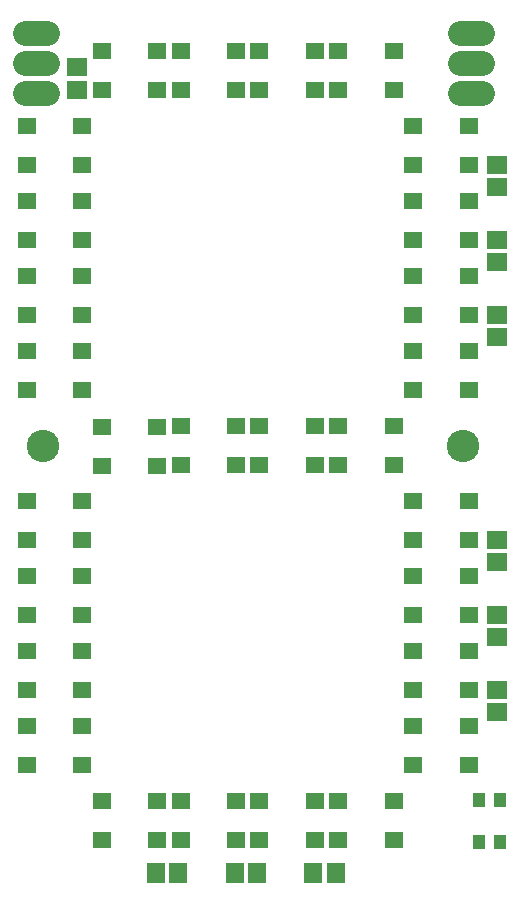
<source format=gts>
G75*
%MOIN*%
%OFA0B0*%
%FSLAX25Y25*%
%IPPOS*%
%LPD*%
%AMOC8*
5,1,8,0,0,1.08239X$1,22.5*
%
%ADD10C,0.10800*%
%ADD11R,0.05918X0.05524*%
%ADD12R,0.06706X0.05918*%
%ADD13R,0.05918X0.06706*%
%ADD14R,0.04146X0.04737*%
%ADD15C,0.08200*%
D10*
X0036600Y0171600D03*
X0176600Y0171600D03*
D11*
X0031098Y0065104D03*
X0031098Y0078096D03*
X0031098Y0090104D03*
X0031098Y0103096D03*
X0031098Y0115104D03*
X0031098Y0128096D03*
X0031098Y0140104D03*
X0031098Y0153096D03*
X0049602Y0153096D03*
X0049602Y0140104D03*
X0049602Y0128096D03*
X0049602Y0115104D03*
X0049602Y0103096D03*
X0049602Y0090104D03*
X0049602Y0078096D03*
X0049602Y0065104D03*
X0056098Y0053096D03*
X0056098Y0040104D03*
X0074602Y0040104D03*
X0082348Y0040104D03*
X0082348Y0053096D03*
X0074602Y0053096D03*
X0100852Y0053096D03*
X0108598Y0053096D03*
X0108598Y0040104D03*
X0100852Y0040104D03*
X0127102Y0040104D03*
X0127102Y0053096D03*
X0134848Y0053096D03*
X0134848Y0040104D03*
X0153352Y0040104D03*
X0153352Y0053096D03*
X0159848Y0065104D03*
X0159848Y0078096D03*
X0159848Y0090104D03*
X0159848Y0103096D03*
X0159848Y0115104D03*
X0159848Y0128096D03*
X0159848Y0140104D03*
X0159848Y0153096D03*
X0153352Y0165104D03*
X0153352Y0178096D03*
X0159848Y0190104D03*
X0159848Y0203096D03*
X0159848Y0215104D03*
X0159848Y0228096D03*
X0159848Y0240104D03*
X0159848Y0253096D03*
X0159848Y0265104D03*
X0159848Y0278096D03*
X0153452Y0290104D03*
X0153452Y0303096D03*
X0134948Y0303096D03*
X0134948Y0290104D03*
X0127102Y0290104D03*
X0127102Y0303096D03*
X0108598Y0303096D03*
X0100852Y0303096D03*
X0100852Y0290104D03*
X0108598Y0290104D03*
X0082348Y0290104D03*
X0074602Y0290104D03*
X0074602Y0303096D03*
X0082348Y0303096D03*
X0056098Y0303096D03*
X0056098Y0290104D03*
X0049602Y0278096D03*
X0049602Y0265104D03*
X0049602Y0253096D03*
X0049602Y0240104D03*
X0049602Y0228096D03*
X0049602Y0215104D03*
X0049602Y0203096D03*
X0049602Y0190104D03*
X0056098Y0177996D03*
X0056098Y0165004D03*
X0074602Y0165004D03*
X0082348Y0165204D03*
X0082348Y0178196D03*
X0074602Y0177996D03*
X0100852Y0178196D03*
X0108598Y0178096D03*
X0108598Y0165104D03*
X0100852Y0165204D03*
X0127102Y0165104D03*
X0134848Y0165104D03*
X0134848Y0178096D03*
X0127102Y0178096D03*
X0178352Y0190104D03*
X0178352Y0203096D03*
X0178352Y0215104D03*
X0178352Y0228096D03*
X0178352Y0240104D03*
X0178352Y0253096D03*
X0178352Y0265104D03*
X0178352Y0278096D03*
X0178352Y0153096D03*
X0178352Y0140104D03*
X0178352Y0128096D03*
X0178352Y0115104D03*
X0178352Y0103096D03*
X0178352Y0090104D03*
X0178352Y0078096D03*
X0178352Y0065104D03*
X0031098Y0190104D03*
X0031098Y0203096D03*
X0031098Y0215104D03*
X0031098Y0228096D03*
X0031098Y0240104D03*
X0031098Y0253096D03*
X0031098Y0265104D03*
X0031098Y0278096D03*
D12*
X0047850Y0290360D03*
X0047850Y0297840D03*
X0187850Y0265340D03*
X0187850Y0257860D03*
X0187850Y0240340D03*
X0187850Y0232860D03*
X0187850Y0215340D03*
X0187850Y0207860D03*
X0187850Y0140340D03*
X0187850Y0132860D03*
X0187850Y0115340D03*
X0187850Y0107860D03*
X0187850Y0090340D03*
X0187850Y0082860D03*
D13*
X0134090Y0029100D03*
X0126610Y0029100D03*
X0107840Y0029100D03*
X0100360Y0029100D03*
X0081590Y0029100D03*
X0074110Y0029100D03*
D14*
X0181905Y0039710D03*
X0188795Y0039710D03*
X0188795Y0053490D03*
X0181905Y0053490D03*
D15*
X0182800Y0289100D02*
X0175400Y0289100D01*
X0175400Y0299100D02*
X0182800Y0299100D01*
X0182800Y0309100D02*
X0175400Y0309100D01*
X0037800Y0309100D02*
X0030400Y0309100D01*
X0030400Y0299100D02*
X0037800Y0299100D01*
X0037800Y0289100D02*
X0030400Y0289100D01*
M02*

</source>
